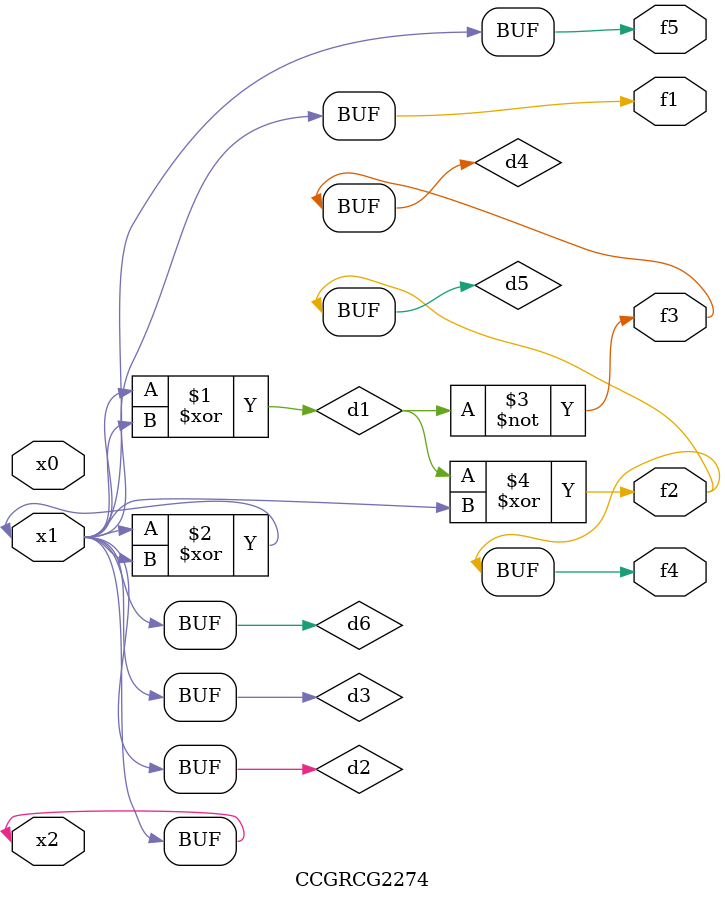
<source format=v>
module CCGRCG2274(
	input x0, x1, x2,
	output f1, f2, f3, f4, f5
);

	wire d1, d2, d3, d4, d5, d6;

	xor (d1, x1, x2);
	buf (d2, x1, x2);
	xor (d3, x1, x2);
	nor (d4, d1);
	xor (d5, d1, d2);
	buf (d6, d2, d3);
	assign f1 = d6;
	assign f2 = d5;
	assign f3 = d4;
	assign f4 = d5;
	assign f5 = d6;
endmodule

</source>
